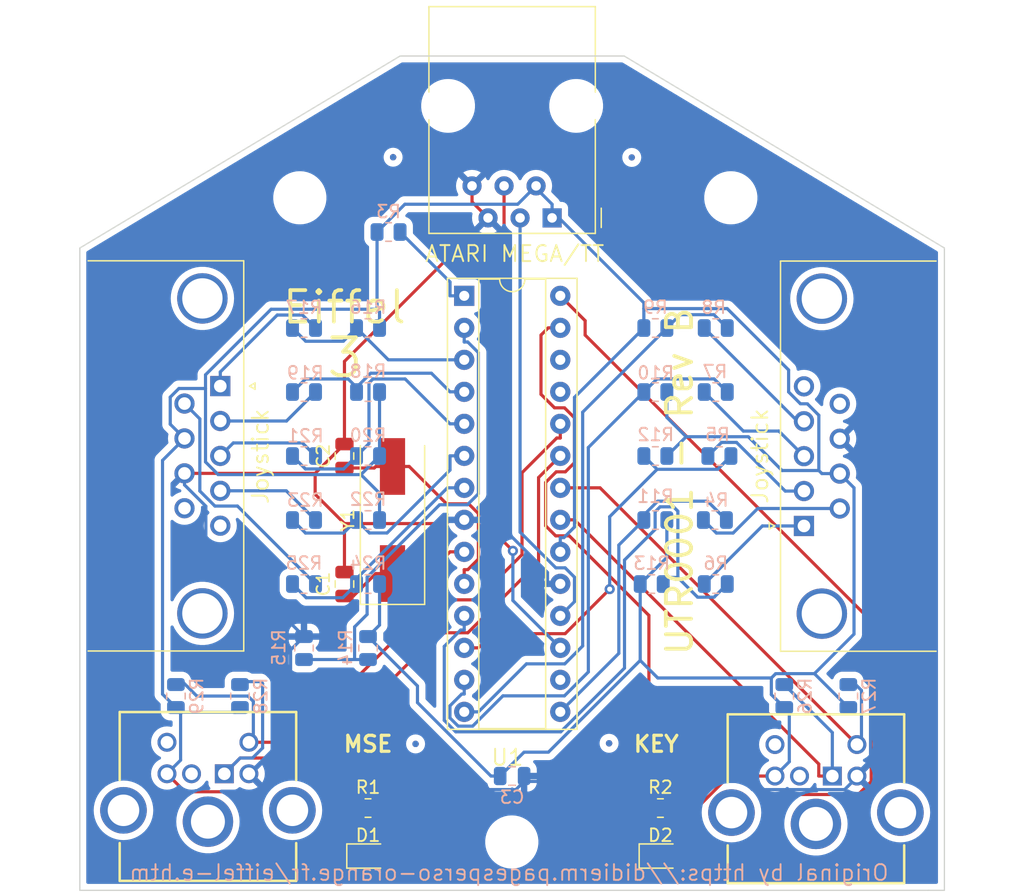
<source format=kicad_pcb>
(kicad_pcb (version 20211014) (generator pcbnew)
  (layers (0 "F.Cu" signal) (31 "B.Cu" signal) (34 "B.Paste" user) (35 "F.Paste" user) (36 "B.SilkS" user "B.Silkscreen") (37 "F.SilkS" user "F.Silkscreen") (38 "B.Mask" user) (39 "F.Mask" user) (44 "Edge.Cuts" user))
  (net 0 "")
  (net 1 "Net-(C1-Pad1)")
  (net 2 "GND")
  (net 3 "Net-(C2-Pad1)")
  (net 4 "Net-(C3-Pad1)")
  (net 5 "Net-(D1-Pad1)")
  (net 6 "Net-(D2-Pad1)")
  (net 7 "Net-(J1-Pad1)")
  (net 9 "Net-(J1-Pad5)")
  (net 11 "Net-(J2-Pad1)")
  (net 13 "Net-(J2-Pad5)")
  (net 15 "Net-(J3-Pad1)")
  (net 16 "Net-(J3-Pad2)")
  (net 17 "Net-(J3-Pad3)")
  (net 18 "Net-(J3-Pad4)")
  (net 20 "Net-(J3-Pad6)")
  (net 22 "Net-(J4-Pad3)")
  (net 23 "Net-(J4-Pad4)")
  (net 24 "Net-(J5-Pad1)")
  (net 25 "Net-(J5-Pad2)")
  (net 26 "Net-(J5-Pad3)")
  (net 27 "Net-(J5-Pad4)")
  (net 29 "Net-(J5-Pad6)")
  (net 31 "Net-(R1-Pad1)")
  (net 32 "Net-(R2-Pad1)")
  (net 33 "Net-(R3-Pad2)")
  (net 34 "Net-(R11-Pad1)")
  (net 35 "Net-(R12-Pad1)")
  (net 36 "Net-(R13-Pad1)")
  (net 37 "Net-(R10-Pad1)")
  (net 38 "Net-(R8-Pad2)")
  (net 39 "Net-(R14-Pad2)")
  (net 40 "Net-(R16-Pad2)")
  (net 41 "Net-(R18-Pad2)")
  (net 42 "Net-(R20-Pad2)")
  (net 43 "Net-(R22-Pad2)")
  (net 44 "Net-(R24-Pad2)")
  (footprint "Package_DIP:DIP-28_W7.62mm_Socket" (layer "F.Cu") (at 101.61 88.885)
    (fp_text reference "U1")
    (fp_text value "PIC16F876-XXISP" hide)
  )
  (footprint "Capacitor_SMD:C_0805_2012Metric" (layer "F.Cu") (at 92.11 111.76 90)
    (fp_text reference "C1")
    (fp_text value "20pf")
  )
  (footprint "Connector_RJ:RJ12_Amphenol_54601" (layer "F.Cu") (at 108.58 82.7 180)
    (fp_text reference "ATARI MEGA/TT")
    (fp_text value "6P6C" hide)
  )
  (footprint "Fiducial:Fiducial_0.5mm_Mask1.5mm" (layer "F.Cu") (at 95.968239 77.883119)
    (fp_text reference "REF**" hide)
    (fp_text value "Fiducial_0.5mm_Mask1.5mm" hide)
  )
  (footprint "Din Sockets:MD60SM" (layer "F.Cu") (at 82.58 126.82)
    (fp_text reference "MSE")
    (fp_text value "Mini-DIN-6" hide)
  )
  (footprint "Fiducial:Fiducial_0.5mm_Mask1.5mm" (layer "F.Cu") (at 114.9 77.9)
    (fp_text reference "REF**" hide)
    (fp_text value "Fiducial_0.5mm_Mask1.5mm" hide)
  )
  (footprint "MountingHole:MountingHole_3.2mm_M3" (layer "F.Cu") (at 105.3846 132.2324)
    (fp_text reference "REF**" hide)
    (fp_text value "MountingHole_3.2mm_M3" hide)
  )
  (footprint "Resistor_SMD:R_0805_2012Metric" (layer "F.Cu") (at 117.1725 129.54)
    (fp_text reference "R2")
    (fp_text value "470R")
  )
  (footprint "Fiducial:Fiducial_0.5mm_Mask1.5mm" (layer "F.Cu") (at 113.1 124.4)
    (fp_text reference "REF**" hide)
    (fp_text value "Fiducial_0.5mm_Mask1.5mm" hide)
  )
  (footprint "MountingHole:MountingHole_3.2mm_M3" (layer "F.Cu") (at 122.7582 81.1022)
    (fp_text reference "REF**" hide)
    (fp_text value "MountingHole_3.2mm_M3" hide)
  )
  (footprint "Crystal:Crystal_SMD_HC49-SD" (layer "F.Cu") (at 95.92 106.68 90)
    (fp_text reference "Y1")
    (fp_text value "4MHz")
  )
  (footprint "LED_SMD:LED_0805_2012Metric" (layer "F.Cu") (at 93.98 133.35)
    (fp_text reference "D1")
    (fp_text value "LED")
  )
  (footprint "Connector_Dsub:DSUB-9_Male_Horizontal_P2.77x2.84mm_EdgePinOffset7.70mm_Housed_MountingHolesOffset9.12mm" (layer "F.Cu") (at 82.2603 96.05 -90)
    (fp_text reference "Joystick")
    (fp_text value "DB9_Male" hide)
  )
  (footprint "LED_SMD:LED_0805_2012Metric" (layer "F.Cu") (at 117.1725 133.35)
    (fp_text reference "D2")
    (fp_text value "LED")
  )
  (footprint "Resistor_SMD:R_0805_2012Metric" (layer "F.Cu") (at 93.98 129.54)
    (fp_text reference "R1")
    (fp_text value "470R")
  )
  (footprint "Capacitor_SMD:C_0805_2012Metric" (layer "F.Cu") (at 92.11 101.6 90)
    (fp_text reference "C2")
    (fp_text value "20pf")
  )
  (footprint "Fiducial:Fiducial_0.5mm_Mask1.5mm" (layer "F.Cu") (at 97.75 124.45)
    (fp_text reference "REF**" hide)
    (fp_text value "Fiducial_0.5mm_Mask1.5mm" hide)
  )
  (footprint "Din Sockets:MD60SM" (layer "F.Cu") (at 130.81 127)
    (fp_text reference "KEY")
    (fp_text value "Mini-DIN-6" hide)
  )
  (footprint "MountingHole:MountingHole_3.2mm_M3" (layer "F.Cu") (at 88.5698 81.1022)
    (fp_text reference "REF**" hide)
    (fp_text value "MountingHole_3.2mm_M3" hide)
  )
  (footprint "Connector_Dsub:DSUB-9_Male_Horizontal_P2.77x2.84mm_EdgePinOffset7.70mm_Housed_MountingHolesOffset9.12mm" (layer "F.Cu") (at 128.5597 107.15 90)
    (fp_text reference "Joystick")
    (fp_text value "DB9_Male" hide)
  )
  (footprint "Resistor_SMD:R_0805_2012Metric" (layer "B.Cu") (at 116.7722 91.44 180)
    (fp_text reference "R9")
    (fp_text value "10K")
  )
  (footprint "Resistor_SMD:R_0805_2012Metric" (layer "B.Cu") (at 88.9 91.44)
    (fp_text reference "R17")
    (fp_text value "470R")
  )
  (footprint "Resistor_SMD:R_0805_2012Metric" (layer "B.Cu") (at 116.4825 111.76 180)
    (fp_text reference "R13")
    (fp_text value "10K")
  )
  (footprint "Resistor_SMD:R_0805_2012Metric" (layer "B.Cu") (at 93.98 101.6 180)
    (fp_text reference "R20")
    (fp_text value "10K")
  )
  (footprint "Resistor_SMD:R_0805_2012Metric" (layer "B.Cu") (at 121.4947 106.68)
    (fp_text reference "R4")
    (fp_text value "470R")
  )
  (footprint "Resistor_SMD:R_0805_2012Metric" (layer "B.Cu") (at 95.6075 83.82)
    (fp_text reference "R3")
    (fp_text value "10K")
  )
  (footprint "Resistor_SMD:R_0805_2012Metric" (layer "B.Cu") (at 88.9 111.76)
    (fp_text reference "R25")
    (fp_text value "470R")
  )
  (footprint "Resistor_SMD:R_0805_2012Metric" (layer "B.Cu") (at 93.98 96.52 180)
    (fp_text reference "R18")
    (fp_text value "10K")
  )
  (footprint "Resistor_SMD:R_0805_2012Metric" (layer "B.Cu") (at 93.98 116.84 -90)
    (fp_text reference "R14")
    (fp_text value "10K")
  )
  (footprint "Fiducial:Fiducial_0.5mm_Mask1.5mm" (layer "B.Cu") (at 114.9 77.9 180)
    (fp_text reference "REF**" hide)
    (fp_text value "Fiducial_0.5mm_Mask1.5mm" hide)
  )
  (footprint "Resistor_SMD:R_0805_2012Metric" (layer "B.Cu") (at 88.9 106.68)
    (fp_text reference "R23")
    (fp_text value "470R")
  )
  (footprint "Resistor_SMD:R_0805_2012Metric" (layer "B.Cu") (at 132.08 120.65 90)
    (fp_text reference "R27")
    (fp_text value "10k")
  )
  (footprint "Resistor_SMD:R_0805_2012Metric" (layer "B.Cu") (at 121.5625 96.52)
    (fp_text reference "R7")
    (fp_text value "470R")
  )
  (footprint "Resistor_SMD:R_0805_2012Metric" (layer "B.Cu") (at 127 120.65 90)
    (fp_text reference "R26")
    (fp_text value "10k")
  )
  (footprint "Resistor_SMD:R_0805_2012Metric" (layer "B.Cu") (at 88.9 101.6)
    (fp_text reference "R21")
    (fp_text value "470R")
  )
  (footprint "Fiducial:Fiducial_0.5mm_Mask1.5mm" (layer "B.Cu") (at 97.75 124.45 180)
    (fp_text reference "REF**" hide)
    (fp_text value "Fiducial_0.5mm_Mask1.5mm" hide)
  )
  (footprint "Resistor_SMD:R_0805_2012Metric" (layer "B.Cu") (at 78.74 120.65 90)
    (fp_text reference "R29")
    (fp_text value "10k")
  )
  (footprint "Resistor_SMD:R_0805_2012Metric" (layer "B.Cu") (at 83.82 120.65 90)
    (fp_text reference "R28")
    (fp_text value "10k")
  )
  (footprint "Resistor_SMD:R_0805_2012Metric" (layer "B.Cu") (at 116.7722 101.6)
    (fp_text reference "R12")
    (fp_text value "10K")
  )
  (footprint "Resistor_SMD:R_0805_2012Metric" (layer "B.Cu") (at 116.7722 96.52)
    (fp_text reference "R10")
    (fp_text value "10K")
  )
  (footprint "Resistor_SMD:R_0805_2012Metric" (layer "B.Cu") (at 88.9 116.84 90)
    (fp_text reference "R15")
    (fp_text value "10K")
  )
  (footprint "Resistor_SMD:R_0805_2012Metric" (layer "B.Cu") (at 121.5625 91.44)
    (fp_text reference "R8")
    (fp_text value "470R")
  )
  (footprint "Resistor_SMD:R_0805_2012Metric" (layer "B.Cu") (at 93.98 111.76 180)
    (fp_text reference "R24")
    (fp_text value "10K")
  )
  (footprint "Resistor_SMD:R_0805_2012Metric" (layer "B.Cu") (at 116.7722 106.68)
    (fp_text reference "R11")
    (fp_text value "10K")
  )
  (footprint "Resistor_SMD:R_0805_2012Metric" (layer "B.Cu") (at 93.98 106.68 180)
    (fp_text reference "R22")
    (fp_text value "10K")
  )
  (footprint "Resistor_SMD:R_0805_2012Metric" (layer "B.Cu") (at 121.5625 111.76 180)
    (fp_text reference "R6")
    (fp_text value "470R")
  )
  (footprint "Resistor_SMD:R_0805_2012Metric" (layer "B.Cu") (at 121.8522 101.6)
    (fp_text reference "R5")
    (fp_text value "470R")
  )
  (footprint "Resistor_SMD:R_0805_2012Metric" (layer "B.Cu") (at 88.9 96.52)
    (fp_text reference "R19")
    (fp_text value "470R")
  )
  (footprint "Fiducial:Fiducial_0.5mm_Mask1.5mm" (layer "B.Cu") (at 113.1 124.4 180)
    (fp_text reference "REF**" hide)
    (fp_text value "Fiducial_0.5mm_Mask1.5mm" hide)
  )
  (footprint "Fiducial:Fiducial_0.5mm_Mask1.5mm" (layer "B.Cu") (at 95.968239 77.883119 180)
    (fp_text reference "REF**" hide)
    (fp_text value "Fiducial_0.5mm_Mask1.5mm" hide)
  )
  (footprint "Capacitor_SMD:C_0805_2012Metric" (layer "B.Cu") (at 105.41 127)
    (fp_text reference "C3")
    (fp_text value "0.1uF")
  )
  (footprint "Resistor_SMD:R_0805_2012Metric" (layer "B.Cu") (at 93.98 91.44 180)
    (fp_text reference "R16")
    (fp_text value "10K")
  )
  (gr_line (start 71.12 85.09) (end 96.52 69.85) (layer "Edge.Cuts") (width 0.1))
  (gr_line locked (start 139.7 136.07) (end 139.7 85.09) (layer "Edge.Cuts") (width 0.1))
  (gr_line locked (start 71.12 85.09) (end 71.12 136.07) (layer "Edge.Cuts") (width 0.1))
  (gr_line (start 71.12 136.07) (end 138.43 136.07) (layer "Edge.Cuts") (width 0.1))
  (gr_line (start 114.3 69.85) (end 139.7 85.09) (layer "Edge.Cuts") (width 0.1))
  (gr_line (start 138.43 136.07) (end 139.7 136.07) (layer "Edge.Cuts") (width 0.1))
  (gr_line (start 96.52 69.85) (end 114.3 69.85) (layer "Edge.Cuts") (width 0.1))
  (gr_text "Original by https://didierm.pagesperso-orange.fr/eiffel-e.htm" (at 105.156 134.6708) (layer "B.SilkS") (effects (font (size 1.25 1.25)) (justify mirror)))
  (gr_text "UTR0001 - Rev B" (at 118.6942 103.6066 90) (layer "F.SilkS") (effects (font (size 2 2) (thickness 0.3))))
  (gr_text "3" (at 92.1512 93.8022) (layer "F.SilkS") (effects (font (size 3 3) (thickness 0.3))))
  (gr_text "Eiffel\n" (at 92.1004 89.789) (layer "F.SilkS") (effects (font (size 2.5 2.5) (thickness 0.3))))
  (segment (start 92.8147 112.71) (end 92.11 112.71) (width 0.25) (layer "F.Cu") (net 1))
  (segment (start 95.92 110.93) (end 98.7597 110.93) (width 0.25) (layer "F.Cu") (net 1))
  (segment (start 95.92 110.93) (end 94.5947 110.93) (width 0.25) (layer "F.Cu") (net 1))
  (segment (start 101.61 109.205) (end 100.4847 109.205) (width 0.25) (layer "F.Cu") (net 1))
  (segment (start 98.7597 110.93) (end 100.4847 109.205) (width 0.25) (layer "F.Cu") (net 1))
  (segment (start 94.5947 110.93) (end 92.8147 112.71) (width 0.25) (layer "F.Cu") (net 1))
  (segment (start 79.4203 102.975) (end 89.785 102.975) (width 0.25) (layer "F.Cu") (net 2))
  (segment (start 89.785 102.975) (end 92.11 100.65) (width 0.25) (layer "F.Cu") (net 2))
  (segment (start 89.785 104.6375) (end 92.11 106.9625) (width 0.25) (layer "F.Cu") (net 2))
  (segment (start 103.5 82.7) (end 102.23 81.43) (width 0.25) (layer "F.Cu") (net 2))
  (segment (start 92.11 106.9625) (end 100.1872 106.9625) (width 0.25) (layer "F.Cu") (net 2))
  (segment (start 92.11 110.81) (end 92.11 106.9625) (width 0.25) (layer "F.Cu") (net 2))
  (segment (start 102.23 81.43) (end 102.23 80.16) (width 0.25) (layer "F.Cu") (net 2))
  (segment (start 100.1872 106.9625) (end 100.4847 106.665) (width 0.25) (layer "F.Cu") (net 2))
  (segment (start 89.785 102.975) (end 89.785 104.6375) (width 0.25) (layer "F.Cu") (net 2))
  (segment (start 101.61 106.665) (end 100.4847 106.665) (width 0.25) (layer "F.Cu") (net 2))
  (segment (start 92.11 94.09) (end 103.5 82.7) (width 0.25) (layer "F.Cu") (net 2))
  (segment (start 92.11 100.65) (end 92.11 94.09) (width 0.25) (layer "F.Cu") (net 2))
  (segment (start 131.785 128.0754) (end 132.76 127.1004) (width 0.25) (layer "B.Cu") (net 2))
  (segment (start 123.8136 127.425) (end 124.464 128.0754) (width 0.25) (layer "B.Cu") (net 2))
  (segment (start 108.2173 111.745) (end 108.2173 110.8451) (width 0.25) (layer "B.Cu") (net 2))
  (segment (start 132.76 127.1004) (end 132.76 127) (width 0.25) (layer "B.Cu") (net 2))
  (segment (start 132.76 127) (end 133.8396 125.9204) (width 0.25) (layer "B.Cu") (net 2))
  (segment (start 101.61 106.665) (end 104.0372 106.665) (width 0.25) (layer "B.Cu") (net 2))
  (segment (start 133.8396 102.6649) (end 131.3997 100.225) (width 0.25) (layer "B.Cu") (net 2))
  (segment (start 133.8396 125.9204) (end 133.8396 102.6649) (width 0.25) (layer "B.Cu") (net 2))
  (segment (start 87.8369 123.7543) (end 92.1554 128.0728) (width 0.25) (layer "B.Cu") (net 2))
  (segment (start 88.9 115.9275) (end 87.8369 116.9906) (width 0.25) (layer "B.Cu") (net 2))
  (segment (start 92.1554 128.0728) (end 105.7122 128.0728) (width 0.25) (layer "B.Cu") (net 2))
  (segment (start 105.7122 128.0728) (end 106.36 127.425) (width 0.25) (layer "B.Cu") (net 2))
  (segment (start 79.4203 103.89) (end 79.4203 102.975) (width 0.25) (layer "B.Cu") (net 2))
  (segment (start 87.5957 123.7543) (end 84.53 126.82) (width 0.25) (layer "B.Cu") (net 2))
  (segment (start 87.8369 123.7543) (end 87.5957 123.7543) (width 0.25) (layer "B.Cu") (net 2))
  (segment (start 106.36 127) (end 106.36 127.425) (width 0.25) (layer "B.Cu") (net 2))
  (segment (start 88.9 115.9275) (end 81.1149 108.1424) (width 0.25) (layer "B.Cu") (net 2))
  (segment (start 106.36 127.425) (end 123.8136 127.425) (width 0.25) (layer "B.Cu") (net 2))
  (segment (start 108.2173 110.8451) (end 104.0372 106.665) (width 0.25) (layer "B.Cu") (net 2))
  (segment (start 124.464 128.0754) (end 131.785 128.0754) (width 0.25) (layer "B.Cu") (net 2))
  (segment (start 87.8369 116.9906) (end 87.8369 123.7543) (width 0.25) (layer "B.Cu") (net 2))
  (segment (start 81.1149 105.5846) (end 79.4203 103.89) (width 0.25) (layer "B.Cu") (net 2))
  (segment (start 109.23 111.745) (end 108.2173 111.745) (width 0.25) (layer "B.Cu") (net 2))
  (segment (start 81.1149 108.1424) (end 81.1149 105.5846) (width 0.25) (layer "B.Cu") (net 2))
  (segment (start 92.11 102.55) (end 94.4747 102.55) (width 0.25) (layer "F.Cu") (net 3))
  (segment (start 95.92 102.43) (end 97.2453 102.43) (width 0.25) (layer "F.Cu") (net 3))
  (segment (start 101.8914 110.6197) (end 101.61 110.6197) (width 0.25) (layer "F.Cu") (net 3))
  (segment (start 102.7353 109.7758) (end 101.8914 110.6197) (width 0.25) (layer "F.Cu") (net 3))
  (segment (start 100.2103 105.395) (end 101.964 105.395) (width 0.25) (layer "F.Cu") (net 3))
  (segment (start 94.4747 102.55) (end 94.5947 102.43) (width 0.25) (layer "F.Cu") (net 3))
  (segment (start 102.7353 106.1663) (end 102.7353 109.7758) (width 0.25) (layer "F.Cu") (net 3))
  (segment (start 95.92 102.43) (end 94.5947 102.43) (width 0.25) (layer "F.Cu") (net 3))
  (segment (start 101.61 111.745) (end 101.61 110.6197) (width 0.25) (layer "F.Cu") (net 3))
  (segment (start 97.2453 102.43) (end 100.2103 105.395) (width 0.25) (layer "F.Cu") (net 3))
  (segment (start 101.964 105.395) (end 102.7353 106.1663) (width 0.25) (layer "F.Cu") (net 3))
  (segment (start 78.03 126.82) (end 79.4567 128.2467) (width 0.25) (layer "F.Cu") (net 4))
  (segment (start 122.6083 127) (end 118.11 131.4983) (width 0.25) (layer "F.Cu") (net 4))
  (segment (start 93.8896 134.3779) (end 94.9175 133.35) (width 0.25) (layer "F.Cu") (net 4))
  (segment (start 82.7798 128.2467) (end 88.911 134.3779) (width 0.25) (layer "F.Cu") (net 4))
  (segment (start 126.26 127) (end 122.6083 127) (width 0.25) (layer "F.Cu") (net 4))
  (segment (start 79.4567 128.2467) (end 82.7798 128.2467) (width 0.25) (layer "F.Cu") (net 4))
  (segment (start 118.11 131.4983) (end 118.11 133.35) (width 0.25) (layer "F.Cu") (net 4))
  (segment (start 88.911 134.3779) (end 93.8896 134.3779) (width 0.25) (layer "F.Cu") (net 4))
  (segment (start 94.8925 101.6) (end 94.8925 96.52) (width 0.25) (layer "B.Cu") (net 4))
  (segment (start 78.2896 99.0743) (end 79.4203 100.205) (width 0.25) (layer "B.Cu") (net 4))
  (segment (start 117.6847 98.5372) (end 119.2161 100.0686) (width 0.25) (layer "B.Cu") (net 4))
  (segment (start 108.58 82.1573) (end 108.58 81.6147) (width 0.25) (layer "B.Cu") (net 4))
  (segment (start 129.7395 98.3647) (end 128.8298 97.455) (width 0.25) (layer "B.Cu") (net 4))
  (segment (start 110.3553 107.2358) (end 110.3553 96.9444) (width 0.25) (layer "B.Cu") (net 4))
  (segment (start 81.0881 96.2401) (end 78.9763 96.2401) (width 0.25) (layer "B.Cu") (net 4))
  (segment (start 94.695 89.9486) (end 86.2925 89.9486) (width 0.25) (layer "B.Cu") (net 4))
  (segment (start 105.8554 81.6146) (end 107.2177 80.2523) (width 0.25) (layer "B.Cu") (net 4))
  (segment (start 103.7321 127) (end 104.46 127) (width 0.25) (layer "B.Cu") (net 4))
  (segment (start 122.4719 89.8992) (end 115.8597 89.8992) (width 0.25) (layer "B.Cu") (net 4))
  (segment (start 81.0881 102.0687) (end 82.0961 103.0767) (width 0.25) (layer "B.Cu") (net 4))
  (segment (start 127.397 125.863) (end 127.397 121.9595) (width 0.25) (layer "B.Cu") (net 4))
  (segment (start 81.0881 96.2401) (end 81.0881 102.0687) (width 0.25) (layer "B.Cu") (net 4))
  (segment (start 94.8925 90.1461) (end 94.695 89.9486) (width 0.25) (layer "B.Cu") (net 4))
  (segment (start 109.23 109.205) (end 109.23 108.0797) (width 0.25) (layer "B.Cu") (net 4))
  (segment (start 117.6847 96.52) (end 117.6847 98.5372) (width 0.25) (layer "B.Cu") (net 4))
  (segment (start 78.2896 96.9268) (end 78.2896 99.0743) (width 0.25) (layer "B.Cu") (net 4))
  (segment (start 126.26 127) (end 127.397 125.863) (width 0.25) (layer "B.Cu") (net 4))
  (segment (start 124.1438 100.0686) (end 119.2161 100.0686) (width 0.25) (layer "B.Cu") (net 4))
  (segment (start 83.4491 121.9334) (end 79.1109 121.9334) (width 0.25) (layer "B.Cu") (net 4))
  (segment (start 128.2824 97.455) (end 127.3427 96.5153) (width 0.25) (layer "B.Cu") (net 4))
  (segment (start 127.397 121.9595) (end 127 121.5625) (width 0.25) (layer "B.Cu") (net 4))
  (segment (start 126.3168 118.8728) (end 129.3903 118.8728) (width 0.25) (layer "B.Cu") (net 4))
  (segment (start 115.8597 89.8992) (end 115.8597 91.44) (width 0.25) (layer "B.Cu") (net 4))
  (segment (start 77.6774 101.9479) (end 77.6774 120.4999) (width 0.25) (layer "B.Cu") (net 4))
  (segment (start 131.3997 102.995) (end 129.984 102.995) (width 0.25) (layer "B.Cu") (net 4))
  (segment (start 127 121.5625) (end 125.9736 120.5361) (width 0.25) (layer "B.Cu") (net 4))
  (segment (start 115.57 117.8224) (end 115.57 111.76) (width 0.25) (layer "B.Cu") (net 4))
  (segment (start 119.2161 100.0686) (end 117.6847 101.6) (width 0.25) (layer "B.Cu") (net 4))
  (segment (start 116.9636 119.216) (end 125.9736 119.216) (width 0.25) (layer "B.Cu") (net 4))
  (segment (start 104.46 127) (end 106.3567 125.1033) (width 0.25) (layer "B.Cu") (net 4))
  (segment (start 109.23 108.0797) (end 109.5114 108.0797) (width 0.25) (layer "B.Cu") (net 4))
  (segment (start 128.8298 97.455) (end 128.2824 97.455) (width 0.25) (layer "B.Cu") (net 4))
  (segment (start 79.1109 125.7391) (end 78.03 126.82) (width 0.25) (layer "B.Cu") (net 4))
  (segment (start 96.9004 81.6146) (end 105.8554 81.6146) (width 0.25) (layer "B.Cu") (net 4))
  (segment (start 127.3427 96.5153) (end 127.3427 94.77) (width 0.25) (layer "B.Cu") (net 4))
  (segment (start 94.8925 104.5534) (end 93.4158 103.0767) (width 0.25) (layer "B.Cu") (net 4))
  (segment (start 129.3903 118.8728) (end 132.08 121.5625) (width 0.25) (layer "B.Cu") (net 4))
  (segment (start 78.9763 96.2401) (end 78.2896 96.9268) (width 0.25) (layer "B.Cu") (net 4))
  (segment (start 125.9736 119.216) (end 126.3168 118.8728) (width 0.25) (layer "B.Cu") (net 4))
  (segment (start 86.2925 89.9486) (end 81.0881 95.153) (width 0.25) (layer "B.Cu") (net 4))
  (segment (start 126.8257 102.7505) (end 124.1438 100.0686) (width 0.25) (layer "B.Cu") (net 4))
  (segment (start 125.9736 120.5361) (end 125.9736 119.216) (width 0.25) (layer "B.Cu") (net 4))
  (segment (start 79.1109 121.9334) (end 79.1109 125.7391) (width 0.25) (layer "B.Cu") (net 4))
  (segment (start 97.9014 119.8489) (end 97.9014 121.1693) (width 0.25) (layer "B.Cu") (net 4))
  (segment (start 94.8925 111.76) (end 94.8925 115.015) (width 0.25) (layer "B.Cu") (net 4))
  (segment (start 129.7395 102.7505) (end 129.7395 98.3647) (width 0.25) (layer "B.Cu") (net 4))
  (segment (start 131.3997 102.995) (end 132.5303 104.1256) (width 0.25) (layer "B.Cu") (net 4))
  (segment (start 132.5303 104.1256) (end 132.5303 115.7328) (width 0.25) (layer "B.Cu") (net 4))
  (segment (start 94.695 83.82) (end 96.9004 81.6146) (width 0.25) (layer "B.Cu") (net 4))
  (segment (start 115.57 117.8224) (end 116.9636 119.216) (width 0.25) (layer "B.Cu") (net 4))
  (segment (start 110.3553 96.9444) (end 115.8597 91.44) (width 0.25) (layer "B.Cu") (net 4))
  (segment (start 117.6847 106.68) (end 117.6847 109.6453) (width 0.25) (layer "B.Cu") (net 4))
  (segment (start 108.58 82.7) (end 108.58 82.1573) (width 0.25) (layer "B.Cu") (net 4))
  (segment (start 108.58 82.1573) (end 115.8597 89.437) (width 0.25) (layer "B.Cu") (net 4))
  (segment (start 129.984 102.995) (end 129.7395 102.7505) (width 0.25) (layer "B.Cu") (net 4))
  (segment (start 107.2177 80.2523) (end 108.58 81.6147) (width 0.25) (layer "B.Cu") (net 4))
  (segment (start 97.9014 121.1693) (end 103.7321 127) (width 0.25) (layer "B.Cu") (net 4))
  (segment (start 127.3427 94.77) (end 122.4719 89.8992) (width 0.25) (layer "B.Cu") (net 4))
  (segment (start 132.5303 115.7328) (end 129.3903 118.8728) (width 0.25) (layer "B.Cu") (net 4))
  (segment (start 94.8925 91.44) (end 94.8925 90.1461) (width 0.25) (layer "B.Cu") (net 4))
  (segment (start 79.4203 100.205) (end 77.6774 101.9479) (width 0.25) (layer "B.Cu") (net 4))
  (segment (start 93.4158 103.0767) (end 94.8925 101.6) (width 0.25) (layer "B.Cu") (net 4))
  (segment (start 94.695 89.9486) (end 94.695 83.82) (width 0.25) (layer "B.Cu") (net 4))
  (segment (start 129.7395 102.7505) (end 126.8257 102.7505) (width 0.25) (layer "B.Cu") (net 4))
  (segment (start 106.3567 125.1033) (end 108.2891 125.1033) (width 0.25) (layer "B.Cu") (net 4))
  (segment (start 77.6774 120.4999) (end 78.74 121.5625) (width 0.25) (layer "B.Cu") (net 4))
  (segment (start 109.5114 108.0797) (end 110.3553 107.2358) (width 0.25) (layer "B.Cu") (net 4))
  (segment (start 78.74 121.5625) (end 79.1109 121.9334) (width 0.25) (layer "B.Cu") (net 4))
  (segment (start 115.8597 89.437) (end 115.8597 89.8992) (width 0.25) (layer "B.Cu") (net 4))
  (segment (start 81.0881 95.153) (end 81.0881 96.2401) (width 0.25) (layer "B.Cu") (net 4))
  (segment (start 117.6847 109.6453) (end 115.57 111.76) (width 0.25) (layer "B.Cu") (net 4))
  (segment (start 82.0961 103.0767) (end 93.4158 103.0767) (width 0.25) (layer "B.Cu") (net 4))
  (segment (start 83.82 121.5625) (end 83.4491 121.9334) (width 0.25) (layer "B.Cu") (net 4))
  (segment (start 107.2177 80.2523) (end 107.31 80.16) (width 0.25) (layer "B.Cu") (net 4))
  (segment (start 94.8925 106.68) (end 94.8925 104.5534) (width 0.25) (layer "B.Cu") (net 4))
  (segment (start 94.8925 115.015) (end 93.98 115.9275) (width 0.25) (layer "B.Cu") (net 4))
  (segment (start 108.2891 125.1033) (end 115.57 117.8224) (width 0.25) (layer "B.Cu") (net 4))
  (segment (start 93.98 115.9275) (end 97.9014 119.8489) (width 0.25) (layer "B.Cu") (net 4))
  (segment (start 94.8925 131.5) (end 93.0425 133.35) (width 0.25) (layer "F.Cu") (net 5))
  (segment (start 94.8925 129.54) (end 94.8925 131.5) (width 0.25) (layer "F.Cu") (net 5))
  (segment (start 116.235 131.39) (end 118.085 129.54) (width 0.25) (layer "F.Cu") (net 6))
  (segment (start 116.235 133.35) (end 116.235 131.39) (width 0.25) (layer "F.Cu") (net 6))
  (segment (start 130.81 127) (end 129.7347 127) (width 0.25) (layer "F.Cu") (net 7))
  (segment (start 129.7347 127) (end 129.7347 126.0444) (width 0.25) (layer "F.Cu") (net 7))
  (segment (start 129.7347 126.0444) (end 110.3553 106.665) (width 0.25) (layer "F.Cu") (net 7))
  (segment (start 109.23 106.665) (end 110.3553 106.665) (width 0.25) (layer "F.Cu") (net 7))
  (segment (start 130.81 123.5475) (end 130.81 127) (width 0.25) (layer "B.Cu") (net 7))
  (segment (start 127 119.7375) (end 130.81 123.5475) (width 0.25) (layer "B.Cu") (net 7))
  (segment (start 112.385 104.125) (end 109.23 104.125) (width 0.25) (layer "F.Cu") (net 9))
  (segment (start 132.76 124.5) (end 112.385 104.125) (width 0.25) (layer "F.Cu") (net 9))
  (segment (start 132.2245 119.5935) (end 132.224 119.5935) (width 0.25) (layer "B.Cu") (net 9))
  (segment (start 132.3689 119.4491) (end 132.2245 119.5935) (width 0.25) (layer "B.Cu") (net 9))
  (segment (start 132.2245 119.5935) (end 132.08 119.738) (width 0.25) (layer "B.Cu") (net 9))
  (segment (start 133.1217 120.2019) (end 133.1217 124.1383) (width 0.25) (layer "B.Cu") (net 9))
  (segment (start 132.3689 119.4491) (end 133.1217 120.2019) (width 0.25) (layer "B.Cu") (net 9))
  (segment (start 132.224 119.5935) (end 132.08 119.7375) (width 0.25) (layer "B.Cu") (net 9))
  (segment (start 133.1217 124.1383) (end 132.76 124.5) (width 0.25) (layer "B.Cu") (net 9))
  (segment (start 101.894 115.6289) (end 107.5071 110.0158) (width 0.25) (layer "F.Cu") (net 11))
  (segment (start 89.6626 125.57) (end 99.6037 115.6289) (width 0.25) (layer "F.Cu") (net 11))
  (segment (start 107.5071 110.0158) (end 107.5071 103.3079) (width 0.25) (layer "F.Cu") (net 11))
  (segment (start 82.58 126.82) (end 83.83 125.57) (width 0.25) (layer "F.Cu") (net 11))
  (segment (start 99.6037 115.6289) (end 101.894 115.6289) (width 0.25) (layer "F.Cu") (net 11))
  (segment (start 107.5071 103.3079) (end 109.23 101.585) (width 0.25) (layer "F.Cu") (net 11))
  (segment (start 83.83 125.57) (end 89.6626 125.57) (width 0.25) (layer "F.Cu") (net 11))
  (segment (start 85.6168 124.7718) (end 84.8186 125.57) (width 0.25) (layer "B.Cu") (net 11))
  (segment (start 83.82 119.7375) (end 84.0505 119.507) (width 0.25) (layer "B.Cu") (net 11))
  (segment (start 85.6168 119.6528) (end 85.6168 124.7718) (width 0.25) (layer "B.Cu") (net 11))
  (segment (start 85.471 119.507) (end 85.6168 119.6528) (width 0.25) (layer "B.Cu") (net 11))
  (segment (start 83.83 125.57) (end 82.58 126.82) (width 0.25) (layer "B.Cu") (net 11))
  (segment (start 84.0505 119.507) (end 85.471 119.507) (width 0.25) (layer "B.Cu") (net 11))
  (segment (start 84.8186 125.57) (end 83.83 125.57) (width 0.25) (layer "B.Cu") (net 11))
  (segment (start 108.9487 100.1703) (end 109.23 100.1703) (width 0.25) (layer "F.Cu") (net 13))
  (segment (start 109.23 99.045) (end 109.23 100.1703) (width 0.25) (layer "F.Cu") (net 13))
  (segment (start 102.6048 113.015) (end 106.1955 109.4243) (width 0.25) (layer "F.Cu") (net 13))
  (segment (start 99.2601 113.015) (end 102.6048 113.015) (width 0.25) (layer "F.Cu") (net 13))
  (segment (start 87.9551 124.32) (end 99.2601 113.015) (width 0.25) (layer "F.Cu") (net 13))
  (segment (start 106.1955 109.4243) (end 106.1955 102.9235) (width 0.25) (layer "F.Cu") (net 13))
  (segment (start 84.53 124.32) (end 87.9551 124.32) (width 0.25) (layer "F.Cu") (net 13))
  (segment (start 106.1955 102.9235) (end 108.9487 100.1703) (width 0.25) (layer "F.Cu") (net 13))
  (segment (start 78.7705 119.738) (end 78.7405 119.738) (width 0.25) (layer "B.Cu") (net 13))
  (segment (start 79.128 119.38) (end 78.7705 119.738) (width 0.25) (layer "B.Cu") (net 13))
  (segment (start 84.8821 123.9679) (end 84.8821 121.0771) (width 0.25) (layer "B.Cu") (net 13))
  (segment (start 84.53 124.32) (end 84.8821 123.9679) (width 0.25) (layer "B.Cu") (net 13))
  (segment (start 84.8821 121.0771) (end 84.455 120.65) (width 0.25) (layer "B.Cu") (net 13))
  (segment (start 78.7405 119.738) (end 78.74 119.738) (width 0.25) (layer "B.Cu") (net 13))
  (segment (start 84.455 120.65) (end 80.398 120.65) (width 0.25) (layer "B.Cu") (net 13))
  (segment (start 78.7405 119.738) (end 78.74 119.7375) (width 0.25) (layer "B.Cu") (net 13))
  (segment (start 80.398 120.65) (end 79.128 119.38) (width 0.25) (layer "B.Cu") (net 13))
  (segment (start 125.26 107.15) (end 128.5597 107.15) (width 0.25) (layer "B.Cu") (net 15))
  (segment (start 120.65 111.76) (end 125.26 107.15) (width 0.25) (layer "B.Cu") (net 15))
  (segment (start 120.9397 101.6) (end 122.0207 100.519) (width 0.25) (layer "B.Cu") (net 16))
  (segment (start 122.0207 100.519) (end 123.2112 100.519) (width 0.25) (layer "B.Cu") (net 16))
  (segment (start 123.2112 100.519) (end 127.0722 104.38) (width 0.25) (layer "B.Cu") (net 16))
  (segment (start 127.0722 104.38) (end 128.5597 104.38) (width 0.25) (layer "B.Cu") (net 16))
  (segment (start 126.568 99.6183) (end 123.7483 99.6183) (width 0.25) (layer "B.Cu") (net 17))
  (segment (start 128.5597 101.61) (end 126.568 99.6183) (width 0.25) (layer "B.Cu") (net 17))
  (segment (start 123.7483 99.6183) (end 120.65 96.52) (width 0.25) (layer "B.Cu") (net 17))
  (segment (start 120.65 91.44) (end 128.05 98.84) (width 0.25) (layer "B.Cu") (net 18))
  (segment (start 128.05 98.84) (end 128.5597 98.84) (width 0.25) (layer "B.Cu") (net 18))
  (segment (start 120.5822 106.68) (end 121.6132 107.711) (width 0.25) (layer "B.Cu") (net 20))
  (segment (start 122.9407 107.711) (end 124.8867 105.765) (width 0.25) (layer "B.Cu") (net 20))
  (segment (start 124.8867 105.765) (end 131.3997 105.765) (width 0.25) (layer "B.Cu") (net 20))
  (segment (start 121.6132 107.711) (end 122.9407 107.711) (width 0.25) (layer "B.Cu") (net 20))
  (segment (start 106.04 107.6385) (end 108.8765 110.475) (width 0.25) (layer "B.Cu") (net 22))
  (segment (start 110.3553 111.2143) (end 110.3553 113.1597) (width 0.25) (layer "B.Cu") (net 22))
  (segment (start 110.3553 113.1597) (end 109.23 114.285) (width 0.25) (layer "B.Cu") (net 22))
  (segment (start 109.616 110.475) (end 110.3553 111.2143) (width 0.25) (layer "B.Cu") (net 22))
  (segment (start 106.04 82.7) (end 106.04 107.6385) (width 0.25) (layer "B.Cu") (net 22))
  (segment (start 108.8765 110.475) (end 109.616 110.475) (width 0.25) (layer "B.Cu") (net 22))
  (segment (start 104.77 80.16) (end 104.77 108.4236) (width 0.25) (layer "F.Cu") (net 23))
  (segment (start 104.77 108.4236) (end 105.4702 109.1238) (width 0.25) (layer "F.Cu") (net 23))
  (via (at 105.4702 109.1238) (size 0.8) (drill 0.4) (layers "F.Cu" "B.Cu") (net 23))
  (segment (start 105.4702 113.0652) (end 109.23 116.825) (width 0.25) (layer "B.Cu") (net 23))
  (segment (start 105.4702 109.1238) (end 105.4702 113.0652) (width 0.25) (layer "B.Cu") (net 23))
  (segment (start 88.7827 90.4102) (end 86.7748 90.4102) (width 0.25) (layer "B.Cu") (net 24))
  (segment (start 89.8125 91.44) (end 88.7827 90.4102) (width 0.25) (layer "B.Cu") (net 24))
  (segment (start 86.7748 90.4102) (end 82.2603 94.9247) (width 0.25) (layer "B.Cu") (net 24))
  (segment (start 82.2603 96.05) (end 82.2603 94.9247) (width 0.25) (layer "B.Cu") (net 24))
  (segment (start 87.5125 98.82) (end 82.2603 98.82) (width 0.25) (layer "B.Cu") (net 25))
  (segment (start 89.8125 96.52) (end 87.5125 98.82) (width 0.25) (layer "B.Cu") (net 25))
  (segment (start 89.8125 101.6) (end 88.7746 100.5621) (width 0.25) (layer "B.Cu") (net 26))
  (segment (start 83.2882 100.5621) (end 82.2603 101.59) (width 0.25) (layer "B.Cu") (net 26))
  (segment (start 88.7746 100.5621) (end 83.2882 100.5621) (width 0.25) (layer "B.Cu") (net 26))
  (segment (start 87.4925 104.36) (end 82.2603 104.36) (width 0.25) (layer "B.Cu") (net 27))
  (segment (start 89.8125 106.68) (end 87.4925 104.36) (width 0.25) (layer "B.Cu") (net 27))
  (segment (start 80.6377 98.6524) (end 79.4203 97.435) (width 0.25) (layer "B.Cu") (net 29))
  (segment (start 89.8125 111.76) (end 83.622 105.5695) (width 0.25) (layer "B.Cu") (net 29))
  (segment (start 83.622 105.5695) (end 81.8311 105.5695) (width 0.25) (layer "B.Cu") (net 29))
  (segment (start 81.8311 105.5695) (end 80.6377 104.3761) (width 0.25) (layer "B.Cu") (net 29))
  (segment (start 80.6377 104.3761) (end 80.6377 98.6524) (width 0.25) (layer "B.Cu") (net 29))
  (segment (start 109.23 88.885) (end 111.2013 90.8563) (width 0.25) (layer "F.Cu") (net 31))
  (segment (start 122.0583 134.3788) (end 127.9716 128.4655) (width 0.25) (layer "F.Cu") (net 31))
  (segment (start 94.0976 128.5099) (end 108.5096 128.5099) (width 0.25) (layer "F.Cu") (net 31))
  (segment (start 111.2013 90.8563) (end 111.2013 91.9987) (width 0.25) (layer "F.Cu") (net 31))
  (segment (start 133.8948 114.6922) (end 111.2013 91.9987) (width 0.25) (layer "F.Cu") (net 31))
  (segment (start 114.3785 134.3788) (end 122.0583 134.3788) (width 0.25) (layer "F.Cu") (net 31))
  (segment (start 93.0675 129.54) (end 94.0976 128.5099) (width 0.25) (layer "F.Cu") (net 31))
  (segment (start 133.8948 127.4356) (end 133.8948 114.6922) (width 0.25) (layer "F.Cu") (net 31))
  (segment (start 108.5096 128.5099) (end 114.3785 134.3788) (width 0.25) (layer "F.Cu") (net 31))
  (segment (start 132.8649 128.4655) (end 133.8948 127.4356) (width 0.25) (layer "F.Cu") (net 31))
  (segment (start 127.9716 128.4655) (end 132.8649 128.4655) (width 0.25) (layer "F.Cu") (net 31))
  (segment (start 116.26 114.2503) (end 116.26 129.54) (width 0.25) (layer "F.Cu") (net 32))
  (segment (start 107.7 96.7) (end 108.775 97.775) (width 0.25) (layer "F.Cu") (net 32))
  (segment (start 110.3564 98.565) (end 110.3564 102.1297) (width 0.25) (layer "F.Cu") (net 32))
  (segment (start 108.9068 102.855) (end 108.0638 103.698) (width 0.25) (layer "F.Cu") (net 32))
  (segment (start 107.7 92) (end 107.7 96.7) (width 0.25) (layer "F.Cu") (net 32))
  (segment (start 108.275 91.425) (end 107.7 92) (width 0.25) (layer "F.Cu") (net 32))
  (segment (start 109.23 91.425) (end 108.275 91.425) (width 0.25) (layer "F.Cu") (net 32))
  (segment (start 110.3564 102.1297) (end 109.6311 102.855) (width 0.25) (layer "F.Cu") (net 32))
  (segment (start 109.5664 97.775) (end 110.3564 98.565) (width 0.25) (layer "F.Cu") (net 32))
  (segment (start 109.9447 107.935) (end 116.26 114.2503) (width 0.25) (layer "F.Cu") (net 32))
  (segment (start 108.775 97.775) (end 109.5664 97.775) (width 0.25) (layer "F.Cu") (net 32))
  (segment (start 108.0638 107.1337) (end 108.8651 107.935) (width 0.25) (layer "F.Cu") (net 32))
  (segment (start 109.6311 102.855) (end 108.9068 102.855) (width 0.25) (layer "F.Cu") (net 32))
  (segment (start 108.8651 107.935) (end 109.9447 107.935) (width 0.25) (layer "F.Cu") (net 32))
  (segment (start 108.0638 103.698) (end 108.0638 107.1337) (width 0.25) (layer "F.Cu") (net 32))
  (segment (start 101.61 88.885) (end 100.4847 88.885) (width 0.25) (layer "B.Cu") (net 33))
  (segment (start 96.52 83.82) (end 100.4847 87.7847) (width 0.25) (layer "B.Cu") (net 33))
  (segment (start 100.4847 87.7847) (end 100.4847 88.885) (width 0.25) (layer "B.Cu") (net 33))
  (segment (start 113.8745 117.2605) (end 113.8745 108.6652) (width 0.25) (layer "B.Cu") (net 34))
  (segment (start 122.4072 106.68) (end 120.909 105.1818) (width 0.25) (layer "B.Cu") (net 34))
  (segment (start 109.23 121.905) (end 113.8745 117.2605) (width 0.25) (layer "B.Cu") (net 34))
  (segment (start 113.8745 108.6652) (end 115.8597 106.68) (width 0.25) (layer "B.Cu") (net 34))
  (segment (start 115.8597 106.2819) (end 115.8597 106.68) (width 0.25) (layer "B.Cu") (net 34))
  (segment (start 120.909 105.1818) (end 116.9598 105.1818) (width 0.25) (layer "B.Cu") (net 34))
  (segment (start 116.9598 105.1818) (end 115.8597 106.2819) (width 0.25) (layer "B.Cu") (net 34))
  (segment (start 113.1492 112.1653) (end 109.6148 115.6997) (width 0.25) (layer "F.Cu") (net 35))
  (segment (start 103.8606 115.6997) (end 102.7353 116.825) (width 0.25) (layer "F.Cu") (net 35))
  (segment (start 109.6148 115.6997) (end 103.8606 115.6997) (width 0.25) (layer "F.Cu") (net 35))
  (segment (start 101.61 116.825) (end 102.7353 116.825) (width 0.25) (layer "F.Cu") (net 35))
  (via (at 113.1492 112.1653) (size 0.8) (drill 0.4) (layers "F.Cu" "B.Cu") (net 35))
  (segment (start 116.9112 102.6515) (end 115.8597 101.6) (width 0.25) (layer "B.Cu") (net 35))
  (segment (start 116.9112 102.6515) (end 113.1492 106.4135) (width 0.25) (layer "B.Cu") (net 35))
  (segment (start 122.7647 101.6) (end 121.7132 102.6515) (width 0.25) (layer "B.Cu") (net 35))
  (segment (start 121.7132 102.6515) (end 116.9112 102.6515) (width 0.25) (layer "B.Cu") (net 35))
  (segment (start 113.1492 106.4135) (end 113.1492 112.1653) (width 0.25) (layer "B.Cu") (net 35))
  (segment (start 116.7542 107.4255) (end 116.7542 106.0254) (width 0.25) (layer "B.Cu") (net 36))
  (segment (start 120.1226 112.8038) (end 118.5571 111.2383) (width 0.25) (layer "B.Cu") (net 36))
  (segment (start 100.9382 123.489) (end 109.2665 123.489) (width 0.25) (layer "B.Cu") (net 36))
  (segment (start 109.2665 123.489) (end 114.3248 118.4307) (width 0.25) (layer "B.Cu") (net 36))
  (segment (start 116.7542 106.0254) (end 117.1474 105.6322) (width 0.25) (layer "B.Cu") (net 36))
  (segment (start 100.028 122.5788) (end 100.9382 123.489) (width 0.25) (layer "B.Cu") (net 36))
  (segment (start 101.3287 115.4103) (end 100.028 116.711) (width 0.25) (layer "B.Cu") (net 36))
  (segment (start 101.61 115.4103) (end 101.3287 115.4103) (width 0.25) (layer "B.Cu") (net 36))
  (segment (start 114.3248 109.8549) (end 116.7542 107.4255) (width 0.25) (layer "B.Cu") (net 36))
  (segment (start 117.1474 105.6322) (end 118.2113 105.6322) (width 0.25) (layer "B.Cu") (net 36))
  (segment (start 114.3248 118.4307) (end 114.3248 109.8549) (width 0.25) (layer "B.Cu") (net 36))
  (segment (start 100.028 116.711) (end 100.028 122.5788) (width 0.25) (layer "B.Cu") (net 36))
  (segment (start 117.9167 111.2383) (end 118.5571 111.2383) (width 0.25) (layer "B.Cu") (net 36))
  (segment (start 117.395 111.76) (end 117.9167 111.2383) (width 0.25) (layer "B.Cu") (net 36))
  (segment (start 122.475 111.76) (end 121.4312 112.8038) (width 0.25) (layer "B.Cu") (net 36))
  (segment (start 118.2113 105.6322) (end 118.5571 105.978) (width 0.25) (layer "B.Cu") (net 36))
  (segment (start 101.61 114.285) (end 101.61 115.4103) (width 0.25) (layer "B.Cu") (net 36))
  (segment (start 118.5571 105.978) (end 118.5571 111.2383) (width 0.25) (layer "B.Cu") (net 36))
  (segment (start 121.4312 112.8038) (end 120.1226 112.8038) (width 0.25) (layer "B.Cu") (net 36))
  (segment (start 121.4358 95.4808) (end 122.475 96.52) (width 0.25) (layer "B.Cu") (net 37))
  (segment (start 101.414 120.4903) (end 101.61 120.4903) (width 0.25) (layer "B.Cu") (net 37))
  (segment (start 111.456 118.7384) (end 109.5594 120.635) (width 0.25) (layer "B.Cu") (net 37))
  (segment (start 101.61 119.365) (end 101.61 120.4903) (width 0.25) (layer "B.Cu") (net 37))
  (segment (start 111.456 100.9237) (end 111.456 118.7384) (width 0.25) (layer "B.Cu") (net 37))
  (segment (start 109.5594 120.635) (end 104.6802 120.635) (width 0.25) (layer "B.Cu") (net 37))
  (segment (start 104.6802 120.635) (end 102.2775 123.0377) (width 0.25) (layer "B.Cu") (net 37))
  (segment (start 100.4783 122.388) (end 100.4783 121.426) (width 0.25) (layer "B.Cu") (net 37))
  (segment (start 100.4783 121.426) (end 101.414 120.4903) (width 0.25) (layer "B.Cu") (net 37))
  (segment (start 101.128 123.0377) (end 100.4783 122.388) (width 0.25) (layer "B.Cu") (net 37))
  (segment (start 102.2775 123.0377) (end 101.128 123.0377) (width 0.25) (layer "B.Cu") (net 37))
  (segment (start 116.8989 95.4808) (end 121.4358 95.4808) (width 0.25) (layer "B.Cu") (net 37))
  (segment (start 115.8597 96.52) (end 116.8989 95.4808) (width 0.25) (layer "B.Cu") (net 37))
  (segment (start 115.8597 96.52) (end 111.456 100.9237) (width 0.25) (layer "B.Cu") (net 37))
  (segment (start 109.5869 118.095) (end 106.5453 118.095) (width 0.25) (layer "B.Cu") (net 38))
  (segment (start 106.5453 118.095) (end 102.7353 121.905) (width 0.25) (layer "B.Cu") (net 38))
  (segment (start 101.61 121.905) (end 102.7353 121.905) (width 0.25) (layer "B.Cu") (net 38))
  (segment (start 118.7431 90.3816) (end 117.6847 91.44) (width 0.25) (layer "B.Cu") (net 38))
  (segment (start 111.0057 98.119) (end 111.0057 116.6762) (width 0.25) (layer "B.Cu") (net 38))
  (segment (start 117.6847 91.44) (end 111.0057 98.119) (width 0.25) (layer "B.Cu") (net 38))
  (segment (start 121.4166 90.3816) (end 118.7431 90.3816) (width 0.25) (layer "B.Cu") (net 38))
  (segment (start 111.0057 116.6762) (end 109.5869 118.095) (width 0.25) (layer "B.Cu") (net 38))
  (segment (start 122.475 91.44) (end 121.4166 90.3816) (width 0.25) (layer "B.Cu") (net 38))
  (segment (start 92.9133 115.1628) (end 93.9064 114.1697) (width 0.25) (layer "B.Cu") (net 39))
  (segment (start 88.9 117.7525) (end 92.9133 117.7525) (width 0.25) (layer "B.Cu") (net 39))
  (segment (start 99.6561 105.4689) (end 101.8592 105.4689) (width 0.25) (layer "B.Cu") (net 39))
  (segment (start 102.7353 93.3942) (end 101.8914 92.5503) (width 0.25) (layer "B.Cu") (net 39))
  (segment (start 92.9133 117.7525) (end 93.98 117.7525) (width 0.25) (layer "B.Cu") (net 39))
  (segment (start 93.9064 114.1697) (end 93.9064 111.2186) (width 0.25) (layer "B.Cu") (net 39))
  (segment (start 102.7353 104.5928) (end 102.7353 93.3942) (width 0.25) (layer "B.Cu") (net 39))
  (segment (start 101.8914 92.5503) (end 101.61 92.5503) (width 0.25) (layer "B.Cu") (net 39))
  (segment (start 101.61 91.425) (end 101.61 92.5503) (width 0.25) (layer "B.Cu") (net 39))
  (segment (start 93.9064 111.2186) (end 99.6561 105.4689) (width 0.25) (layer "B.Cu") (net 39))
  (segment (start 101.8592 105.4689) (end 102.7353 104.5928) (width 0.25) (layer "B.Cu") (net 39))
  (segment (start 92.9133 117.7525) (end 92.9133 115.1628) (width 0.25) (layer "B.Cu") (net 39))
  (segment (start 95.5925 93.965) (end 101.61 93.965) (width 0.25) (layer "B.Cu") (net 40))
  (segment (start 93.0675 91.44) (end 95.5925 93.965) (width 0.25) (layer "B.Cu") (net 40))
  (segment (start 89.0363 92.4888) (end 87.9875 91.44) (width 0.25) (layer "B.Cu") (net 40))
  (segment (start 93.0675 91.44) (end 92.0187 92.4888) (width 0.25) (layer "B.Cu") (net 40))
  (segment (start 92.0187 92.4888) (end 89.0363 92.4888) (width 0.25) (layer "B.Cu") (net 40))
  (segment (start 94.1907 95.0255) (end 93.0675 96.1487) (width 0.25) (layer "B.Cu") (net 41))
  (segment (start 89.0227 95.4848) (end 92.4036 95.4848) (width 0.25) (layer "B.Cu") (net 41))
  (segment (start 101.61 96.505) (end 100.4847 96.505) (width 0.25) (layer "B.Cu") (net 41))
  (segment (start 93.0675 96.1487) (end 93.0675 96.52) (width 0.25) (layer "B.Cu") (net 41))
  (segment (start 87.9875 96.52) (end 89.0227 95.4848) (width 0.25) (layer "B.Cu") (net 41))
  (segment (start 99.0052 95.0255) (end 94.1907 95.0255) (width 0.25) (layer "B.Cu") (net 41))
  (segment (start 100.4847 96.505) (end 99.0052 95.0255) (width 0.25) (layer "B.Cu") (net 41))
  (segment (start 92.4036 95.4848) (end 93.0675 96.1487) (width 0.25) (layer "B.Cu") (net 41))
  (segment (start 101.61 99.045) (end 100.4847 99.045) (width 0.25) (layer "B.Cu") (net 42))
  (segment (start 94.3684 95.4847) (end 96.9244 95.4847) (width 0.25) (layer "B.Cu") (net 42))
  (segment (start 96.9244 95.4847) (end 100.4847 99.045) (width 0.25) (layer "B.Cu") (net 42))
  (segment (start 93.0675 101.6) (end 94.0537 100.6138) (width 0.25) (layer "B.Cu") (net 42))
  (segment (start 87.9875 101.6) (end 89.0138 102.6263) (width 0.25) (layer "B.Cu") (net 42))
  (segment (start 94.0537 95.7994) (end 94.3684 95.4847) (width 0.25) (layer "B.Cu") (net 42))
  (segment (start 89.0138 102.6263) (end 92.0412 102.6263) (width 0.25) (layer "B.Cu") (net 42))
  (segment (start 94.0537 100.6138) (end 94.0537 95.7994) (width 0.25) (layer "B.Cu") (net 42))
  (segment (start 92.0412 102.6263) (end 93.0675 101.6) (width 0.25) (layer "B.Cu") (net 42))
  (segment (start 94.0939 107.7064) (end 95.4886 107.7064) (width 0.25) (layer "B.Cu") (net 43))
  (segment (start 101.61 101.585) (end 100.4847 101.585) (width 0.25) (layer "B.Cu") (net 43))
  (segment (start 93.0675 106.68) (end 94.0939 107.7064) (width 0.25) (layer "B.Cu") (net 43))
  (segment (start 100.4847 102.7103) (end 100.4847 101.585) (width 0.25) (layer "B.Cu") (net 43))
  (segment (start 89.0192 107.7117) (end 87.9875 106.68) (width 0.25) (layer "B.Cu") (net 43))
  (segment (start 93.0675 106.68) (end 92.0358 107.7117) (width 0.25) (layer "B.Cu") (net 43))
  (segment (start 95.4886 107.7064) (end 100.4847 102.7103) (width 0.25) (layer "B.Cu") (net 43))
  (segment (start 92.0358 107.7117) (end 89.0192 107.7117) (width 0.25) (layer "B.Cu") (net 43))
  (segment (start 93.0675 111.76) (end 91.979 112.8485) (width 0.25) (layer "B.Cu") (net 44))
  (segment (start 93.0675 111.3326) (end 93.0675 111.76) (width 0.25) (layer "B.Cu") (net 44))
  (segment (start 89.076 112.8485) (end 87.9875 111.76) (width 0.25) (layer "B.Cu") (net 44))
  (segment (start 91.979 112.8485) (end 89.076 112.8485) (width 0.25) (layer "B.Cu") (net 44))
  (segment (start 100.2751 104.125) (end 93.0675 111.3326) (width 0.25) (layer "B.Cu") (net 44))
  (segment (start 100.2751 104.125) (end 101.61 104.125) (width 0.25) (layer "B.Cu") (net 44))
  (zone (net 2) (net_name "GND") (layer "B.Cu") (connect_pads (clearance 0.508)) (min_thickness 0.254) (fill yes (thermal_gap 0.508) (thermal_bridge_width 0.508))
    (polygon (pts (xy 139.7 85.1) (xy 139.7 136.1) (xy 71.1 136.1) (xy 71.1 85.1) (xy 96.5 69.8) (xy 114.3 69.8)))
  )
)
</source>
